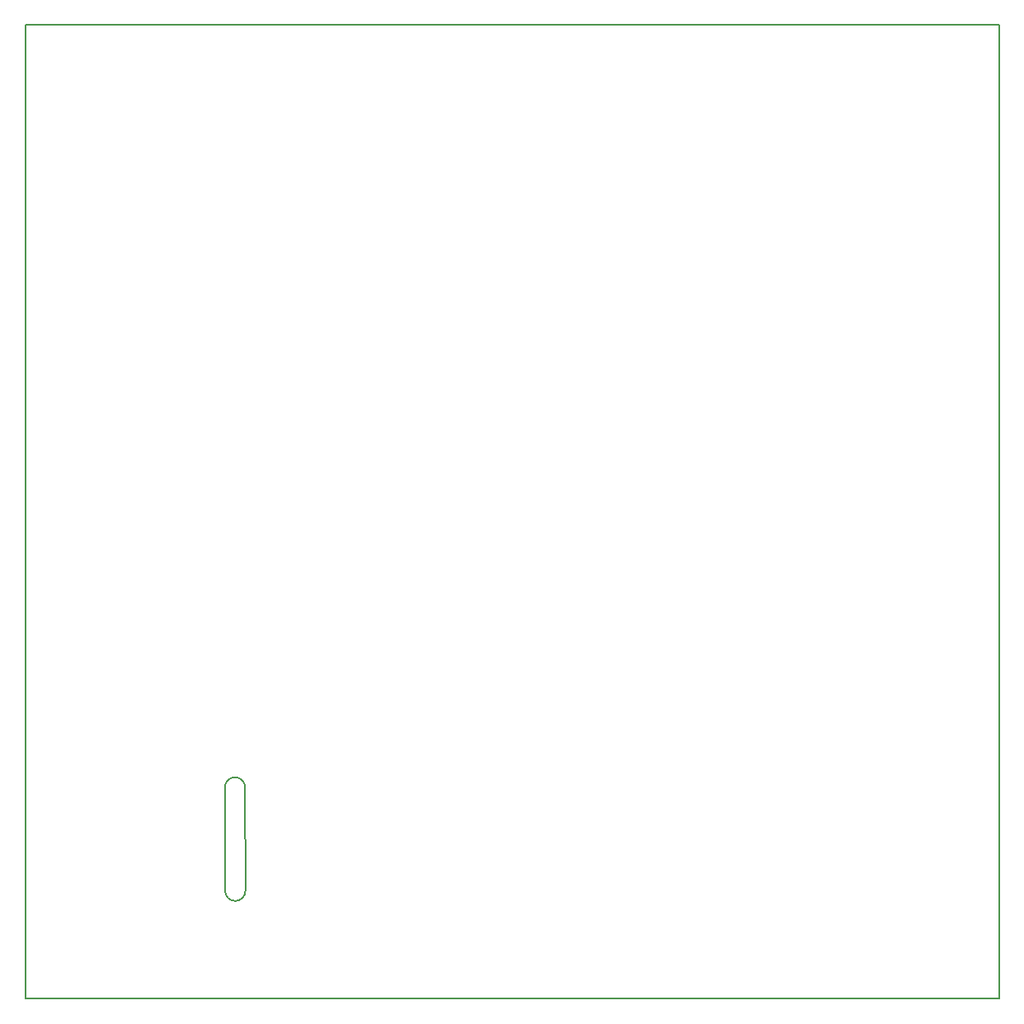
<source format=gm1>
G04 #@! TF.GenerationSoftware,KiCad,Pcbnew,(6.0.0)*
G04 #@! TF.CreationDate,2022-08-31T12:15:39-03:00*
G04 #@! TF.ProjectId,PCBMestrado_v1,5043424d-6573-4747-9261-646f5f76312e,rev?*
G04 #@! TF.SameCoordinates,Original*
G04 #@! TF.FileFunction,Profile,NP*
%FSLAX46Y46*%
G04 Gerber Fmt 4.6, Leading zero omitted, Abs format (unit mm)*
G04 Created by KiCad (PCBNEW (6.0.0)) date 2022-08-31 12:15:39*
%MOMM*%
%LPD*%
G01*
G04 APERTURE LIST*
G04 #@! TA.AperFunction,Profile*
%ADD10C,0.200000*%
G04 #@! TD*
G04 APERTURE END LIST*
D10*
X121692638Y-129362200D02*
G75*
G03*
X119608600Y-129413000I-1042640J66D01*
G01*
X119608600Y-129413000D02*
X119632754Y-139978471D01*
X99123400Y-51054000D02*
X199123400Y-51054000D01*
X199123400Y-51054000D02*
X199123400Y-151054000D01*
X199123400Y-151054000D02*
X99123400Y-151054000D01*
X99123400Y-151054000D02*
X99123400Y-51054000D01*
X119632754Y-139978471D02*
G75*
G03*
X121716792Y-139927671I1042640J-66D01*
G01*
X121692638Y-129336800D02*
X121716792Y-139954000D01*
M02*

</source>
